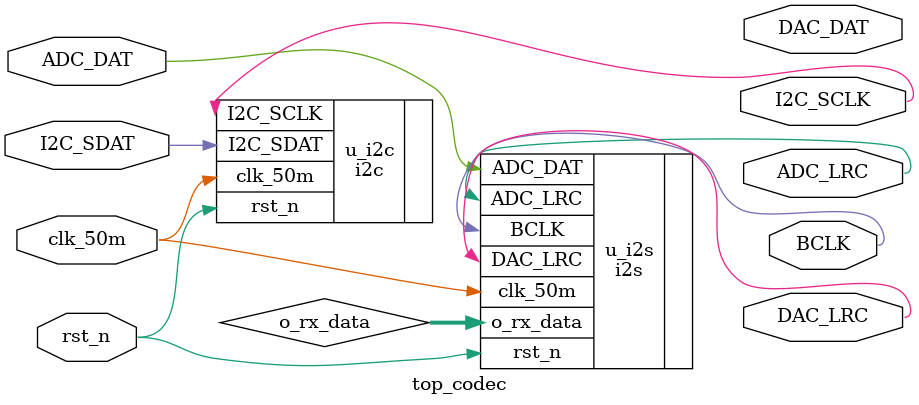
<source format=v>
module top_codec( 
    input  clk_50m                      ,    // ÊäÈë²Î¿¼Ê±ÖÓ   
    input  rst_n                        ,    // µÍµçÆ½¸´Î»     
    input  ADC_DAT                      ,    // ÊäÈëÒôÆµADC´®ÐÐÊý¾Ý   
    output BCLK                         ,    // Êä³öi2sÒôÆµÊ±ÖÓ       
    output ADC_LRC                      ,    // Êä³öADC×óÓÒÉùµÀÐÅºÅ       
    output DAC_LRC                      ,    // Êä³öDAC×óÓÒÉùµÀÐÅºÅ       
    output DAC_DAT                      ,    // Êä³öÒôÆµDAC´®ÐÐÊý¾Ý£¨±£³ÖÔ­¶Ë¿Ú£¬Î´Çý¶¯£©
    output I2C_SCLK                     ,    // i2cÅäÖÃ SCL
    inout  I2C_SDAT                          // i2cÅäÖÃ SDA
);

    // ²¢ÐÐ½ÓÊÕÊý¾Ý
    wire [31:0] o_rx_data;

    i2s #(
        .SYS_CLK      (50_000_000)      ,
        .SAMPLE_RATE  (48_000)          ,
        .DEPTH        (16)
    ) u_i2s (
        .clk_50m      (clk_50m)         ,
        .rst_n        (rst_n)           ,
        .ADC_DAT      (ADC_DAT)         ,
        .BCLK         (BCLK)            ,
        .ADC_LRC      (ADC_LRC)         ,
        .DAC_LRC      (DAC_LRC)         ,
        .o_rx_data    (o_rx_data)
    );


    i2c u_i2c(
        .clk_50m      (clk_50m)         ,
        .rst_n        (rst_n)           ,
        .I2C_SCLK     (I2C_SCLK)        ,
        .I2C_SDAT     (I2C_SDAT)
    );


endmodule

</source>
